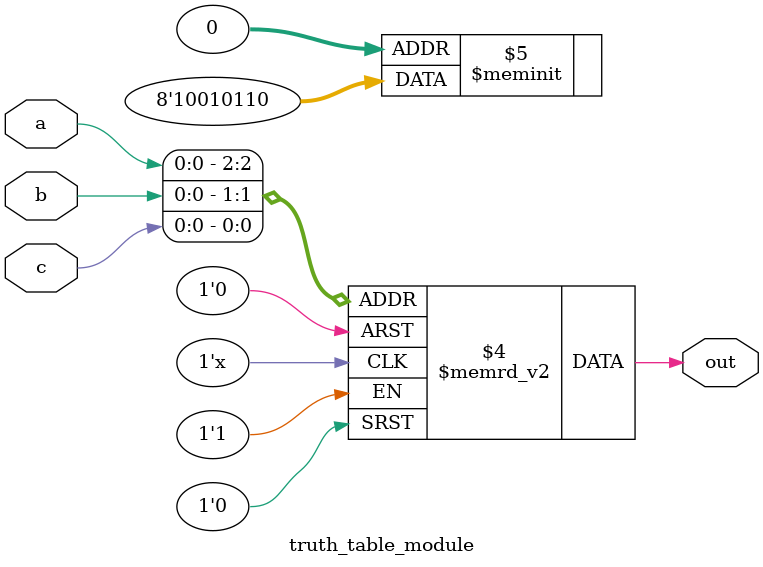
<source format=sv>
module truth_table_module (
  input a,
  input b,
  input c,
  output reg out // 'reg' because it's assigned inside an always block
);

always_comb begin // Combinational logic: trigger on any input change
  case ({a, b, c}) // Concatenate inputs to form the truth table index
    3'b000: out = 1'b0; // a=0, b=0, c=0  -> out = 0
    3'b001: out = 1'b1; // a=0, b=0, c=1  -> out = 1
    3'b010: out = 1'b1; // a=0, b=1, c=0  -> out = 1
    3'b011: out = 1'b0; // a=0, b=1, c=1  -> out = 0
    3'b100: out = 1'b1; // a=1, b=0, c=0  -> out = 1
    3'b101: out = 1'b0; // a=1, b=0, c=1  -> out = 0
    3'b110: out = 1'b0; // a=1, b=1, c=0  -> out = 0
    3'b111: out = 1'b1; // a=1, b=1, c=1  -> out = 1
    default: out = 1'bx; // Optional: handle unexpected input combinations (X for unknown)
  endcase
end

endmodule
</source>
